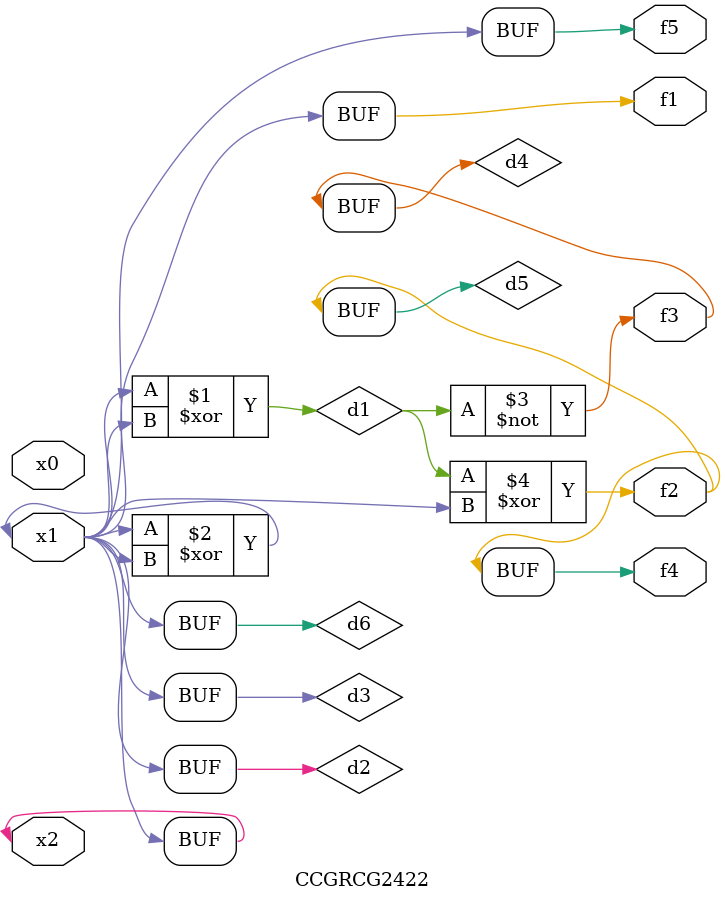
<source format=v>
module CCGRCG2422(
	input x0, x1, x2,
	output f1, f2, f3, f4, f5
);

	wire d1, d2, d3, d4, d5, d6;

	xor (d1, x1, x2);
	buf (d2, x1, x2);
	xor (d3, x1, x2);
	nor (d4, d1);
	xor (d5, d1, d2);
	buf (d6, d2, d3);
	assign f1 = d6;
	assign f2 = d5;
	assign f3 = d4;
	assign f4 = d5;
	assign f5 = d6;
endmodule

</source>
